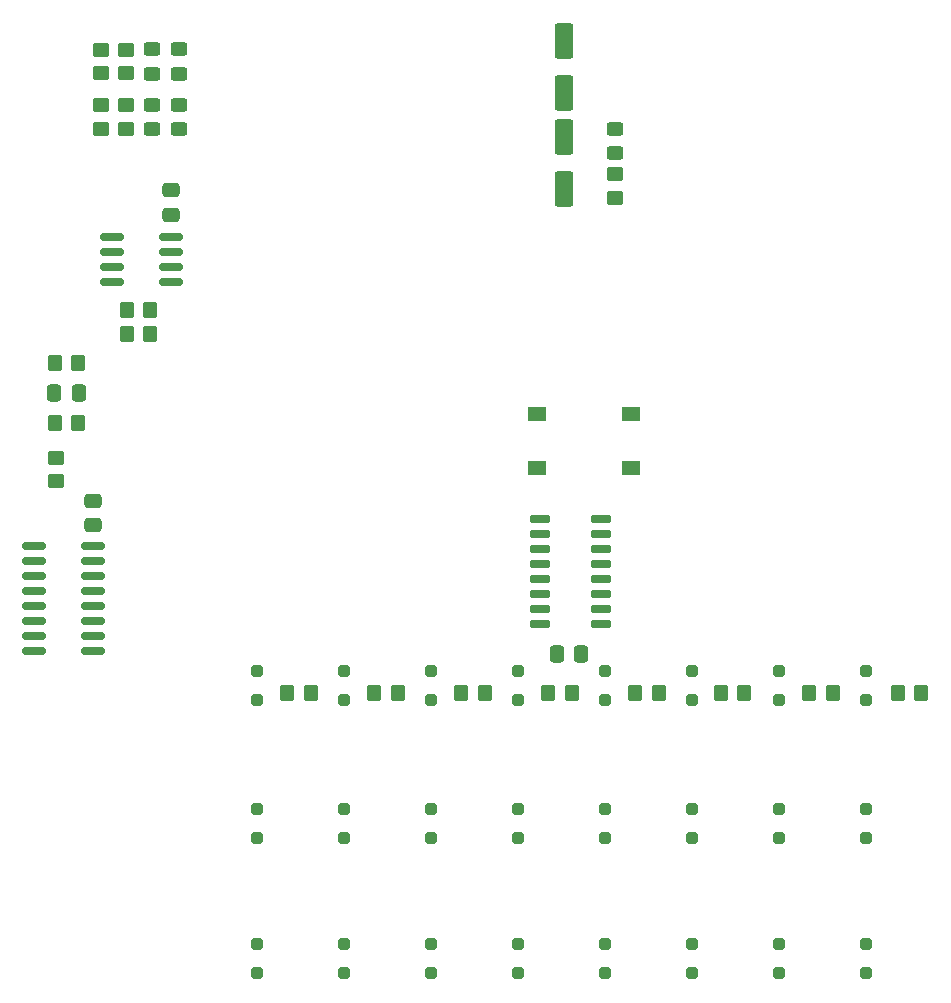
<source format=gtp>
%TF.GenerationSoftware,KiCad,Pcbnew,8.0.2*%
%TF.CreationDate,2024-05-29T13:58:31+02:00*%
%TF.ProjectId,porscheMuehk,706f7273-6368-4654-9d75-65686b2e6b69,rev?*%
%TF.SameCoordinates,Original*%
%TF.FileFunction,Paste,Top*%
%TF.FilePolarity,Positive*%
%FSLAX46Y46*%
G04 Gerber Fmt 4.6, Leading zero omitted, Abs format (unit mm)*
G04 Created by KiCad (PCBNEW 8.0.2) date 2024-05-29 13:58:31*
%MOMM*%
%LPD*%
G01*
G04 APERTURE LIST*
G04 Aperture macros list*
%AMRoundRect*
0 Rectangle with rounded corners*
0 $1 Rounding radius*
0 $2 $3 $4 $5 $6 $7 $8 $9 X,Y pos of 4 corners*
0 Add a 4 corners polygon primitive as box body*
4,1,4,$2,$3,$4,$5,$6,$7,$8,$9,$2,$3,0*
0 Add four circle primitives for the rounded corners*
1,1,$1+$1,$2,$3*
1,1,$1+$1,$4,$5*
1,1,$1+$1,$6,$7*
1,1,$1+$1,$8,$9*
0 Add four rect primitives between the rounded corners*
20,1,$1+$1,$2,$3,$4,$5,0*
20,1,$1+$1,$4,$5,$6,$7,0*
20,1,$1+$1,$6,$7,$8,$9,0*
20,1,$1+$1,$8,$9,$2,$3,0*%
G04 Aperture macros list end*
%ADD10RoundRect,0.250000X-0.250000X0.250000X-0.250000X-0.250000X0.250000X-0.250000X0.250000X0.250000X0*%
%ADD11RoundRect,0.250000X-0.450000X0.350000X-0.450000X-0.350000X0.450000X-0.350000X0.450000X0.350000X0*%
%ADD12RoundRect,0.250000X0.350000X0.450000X-0.350000X0.450000X-0.350000X-0.450000X0.350000X-0.450000X0*%
%ADD13RoundRect,0.250000X-0.550000X1.250000X-0.550000X-1.250000X0.550000X-1.250000X0.550000X1.250000X0*%
%ADD14RoundRect,0.250000X0.450000X-0.350000X0.450000X0.350000X-0.450000X0.350000X-0.450000X-0.350000X0*%
%ADD15RoundRect,0.250000X0.337500X0.475000X-0.337500X0.475000X-0.337500X-0.475000X0.337500X-0.475000X0*%
%ADD16RoundRect,0.150000X-0.825000X-0.150000X0.825000X-0.150000X0.825000X0.150000X-0.825000X0.150000X0*%
%ADD17R,1.550000X1.300000*%
%ADD18RoundRect,0.250000X-0.337500X-0.475000X0.337500X-0.475000X0.337500X0.475000X-0.337500X0.475000X0*%
%ADD19RoundRect,0.150000X0.725000X0.150000X-0.725000X0.150000X-0.725000X-0.150000X0.725000X-0.150000X0*%
%ADD20RoundRect,0.250000X-0.450000X0.325000X-0.450000X-0.325000X0.450000X-0.325000X0.450000X0.325000X0*%
%ADD21RoundRect,0.250000X-0.350000X-0.450000X0.350000X-0.450000X0.350000X0.450000X-0.350000X0.450000X0*%
%ADD22RoundRect,0.250000X0.475000X-0.337500X0.475000X0.337500X-0.475000X0.337500X-0.475000X-0.337500X0*%
%ADD23RoundRect,0.250000X0.550000X-1.250000X0.550000X1.250000X-0.550000X1.250000X-0.550000X-1.250000X0*%
G04 APERTURE END LIST*
D10*
%TO.C,D22*%
X51943000Y-99334000D03*
X51943000Y-101834000D03*
%TD*%
D11*
%TO.C,R4*%
X38735000Y-28337000D03*
X38735000Y-30337000D03*
%TD*%
D12*
%TO.C,R8*%
X36814000Y-55245000D03*
X34814000Y-55245000D03*
%TD*%
%TO.C,R13*%
X71231000Y-78105000D03*
X69231000Y-78105000D03*
%TD*%
D13*
%TO.C,C1*%
X77978000Y-22946000D03*
X77978000Y-27346000D03*
%TD*%
D12*
%TO.C,R9*%
X36814000Y-50165000D03*
X34814000Y-50165000D03*
%TD*%
D10*
%TO.C,D19*%
X88773000Y-87904000D03*
X88773000Y-90404000D03*
%TD*%
D14*
%TO.C,R3*%
X38735000Y-25638000D03*
X38735000Y-23638000D03*
%TD*%
D10*
%TO.C,D18*%
X81407000Y-87904000D03*
X81407000Y-90404000D03*
%TD*%
D15*
%TO.C,C3*%
X36851500Y-52705000D03*
X34776500Y-52705000D03*
%TD*%
D10*
%TO.C,D24*%
X66675000Y-99334000D03*
X66675000Y-101834000D03*
%TD*%
%TO.C,D21*%
X103505000Y-87904000D03*
X103505000Y-90404000D03*
%TD*%
D16*
%TO.C,U2*%
X33085000Y-65659000D03*
X33085000Y-66929000D03*
X33085000Y-68199000D03*
X33085000Y-69469000D03*
X33085000Y-70739000D03*
X33085000Y-72009000D03*
X33085000Y-73279000D03*
X33085000Y-74549000D03*
X38035000Y-74549000D03*
X38035000Y-73279000D03*
X38035000Y-72009000D03*
X38035000Y-70739000D03*
X38035000Y-69469000D03*
X38035000Y-68199000D03*
X38035000Y-66929000D03*
X38035000Y-65659000D03*
%TD*%
D14*
%TO.C,R10*%
X34925000Y-60182000D03*
X34925000Y-58182000D03*
%TD*%
D10*
%TO.C,D7*%
X59309000Y-76220000D03*
X59309000Y-78720000D03*
%TD*%
%TO.C,D10*%
X81407000Y-76220000D03*
X81407000Y-78720000D03*
%TD*%
%TO.C,D26*%
X81407000Y-99334000D03*
X81407000Y-101834000D03*
%TD*%
D12*
%TO.C,R12*%
X63865000Y-78105000D03*
X61865000Y-78105000D03*
%TD*%
D17*
%TO.C,SW1*%
X75654000Y-54519000D03*
X83604000Y-54519000D03*
X75654000Y-59019000D03*
X83604000Y-59019000D03*
%TD*%
D10*
%TO.C,D11*%
X88773000Y-76220000D03*
X88773000Y-78720000D03*
%TD*%
%TO.C,D23*%
X59309000Y-99334000D03*
X59309000Y-101834000D03*
%TD*%
D12*
%TO.C,R17*%
X100695000Y-78105000D03*
X98695000Y-78105000D03*
%TD*%
D16*
%TO.C,U3*%
X39689000Y-39497000D03*
X39689000Y-40767000D03*
X39689000Y-42037000D03*
X39689000Y-43307000D03*
X44639000Y-43307000D03*
X44639000Y-42037000D03*
X44639000Y-40767000D03*
X44639000Y-39497000D03*
%TD*%
D10*
%TO.C,D12*%
X96139000Y-76220000D03*
X96139000Y-78720000D03*
%TD*%
D18*
%TO.C,C6*%
X77321500Y-74803000D03*
X79396500Y-74803000D03*
%TD*%
D12*
%TO.C,R11*%
X56499000Y-78105000D03*
X54499000Y-78105000D03*
%TD*%
D19*
%TO.C,U4*%
X81096000Y-72263000D03*
X81096000Y-70993000D03*
X81096000Y-69723000D03*
X81096000Y-68453000D03*
X81096000Y-67183000D03*
X81096000Y-65913000D03*
X81096000Y-64643000D03*
X81096000Y-63373000D03*
X75946000Y-63373000D03*
X75946000Y-64643000D03*
X75946000Y-65913000D03*
X75946000Y-67183000D03*
X75946000Y-68453000D03*
X75946000Y-69723000D03*
X75946000Y-70993000D03*
X75946000Y-72263000D03*
%TD*%
D10*
%TO.C,D20*%
X96139000Y-87904000D03*
X96139000Y-90404000D03*
%TD*%
D11*
%TO.C,R5*%
X40894000Y-28337000D03*
X40894000Y-30337000D03*
%TD*%
D12*
%TO.C,R15*%
X85963000Y-78105000D03*
X83963000Y-78105000D03*
%TD*%
D20*
%TO.C,D4*%
X45339000Y-28312000D03*
X45339000Y-30362000D03*
%TD*%
D10*
%TO.C,D17*%
X74041000Y-87904000D03*
X74041000Y-90404000D03*
%TD*%
D12*
%TO.C,R16*%
X93202000Y-78105000D03*
X91202000Y-78105000D03*
%TD*%
%TO.C,R18*%
X108188000Y-78105000D03*
X106188000Y-78105000D03*
%TD*%
D10*
%TO.C,D15*%
X59309000Y-87904000D03*
X59309000Y-90404000D03*
%TD*%
%TO.C,D29*%
X103505000Y-99334000D03*
X103505000Y-101834000D03*
%TD*%
D21*
%TO.C,R7*%
X40910000Y-47752000D03*
X42910000Y-47752000D03*
%TD*%
D10*
%TO.C,D25*%
X74041000Y-99334000D03*
X74041000Y-101834000D03*
%TD*%
D21*
%TO.C,R6*%
X40910000Y-45720000D03*
X42910000Y-45720000D03*
%TD*%
D10*
%TO.C,D13*%
X103505000Y-76220000D03*
X103505000Y-78720000D03*
%TD*%
D20*
%TO.C,D1*%
X82296000Y-30344000D03*
X82296000Y-32394000D03*
%TD*%
D22*
%TO.C,C4*%
X44704000Y-37613500D03*
X44704000Y-35538500D03*
%TD*%
D10*
%TO.C,D6*%
X51943000Y-76220000D03*
X51943000Y-78720000D03*
%TD*%
%TO.C,D27*%
X88773000Y-99334000D03*
X88773000Y-101834000D03*
%TD*%
%TO.C,D9*%
X74041000Y-76220000D03*
X74041000Y-78720000D03*
%TD*%
%TO.C,D16*%
X66675000Y-87904000D03*
X66675000Y-90404000D03*
%TD*%
%TO.C,D14*%
X51943000Y-87904000D03*
X51943000Y-90404000D03*
%TD*%
D11*
%TO.C,R1*%
X82296000Y-34179000D03*
X82296000Y-36179000D03*
%TD*%
D20*
%TO.C,D5*%
X43053000Y-28312000D03*
X43053000Y-30362000D03*
%TD*%
D12*
%TO.C,R14*%
X78597000Y-78105000D03*
X76597000Y-78105000D03*
%TD*%
D20*
%TO.C,D2*%
X43053000Y-23613000D03*
X43053000Y-25663000D03*
%TD*%
D23*
%TO.C,C2*%
X77978000Y-35474000D03*
X77978000Y-31074000D03*
%TD*%
D14*
%TO.C,R2*%
X40894000Y-25638000D03*
X40894000Y-23638000D03*
%TD*%
D20*
%TO.C,D3*%
X45339000Y-23613000D03*
X45339000Y-25663000D03*
%TD*%
D10*
%TO.C,D8*%
X66675000Y-76220000D03*
X66675000Y-78720000D03*
%TD*%
D22*
%TO.C,C5*%
X38100000Y-63902500D03*
X38100000Y-61827500D03*
%TD*%
D10*
%TO.C,D28*%
X96139000Y-99334000D03*
X96139000Y-101834000D03*
%TD*%
M02*

</source>
